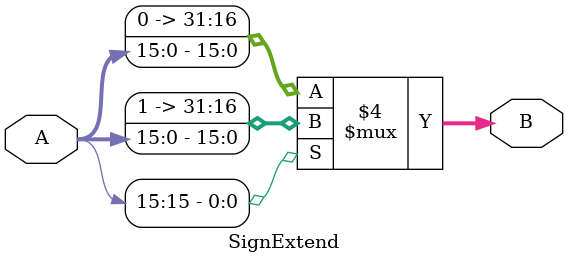
<source format=sv>
`timescale 1ns/1ns
module SignExtend(input[15:0] A, output logic[31:0] B);
  always @(A) begin
    if (A[15] == 1'b1)
      B = {16'b1111111111111111, A};
    else
      B = {16'b0, A};
  end
endmodule
</source>
